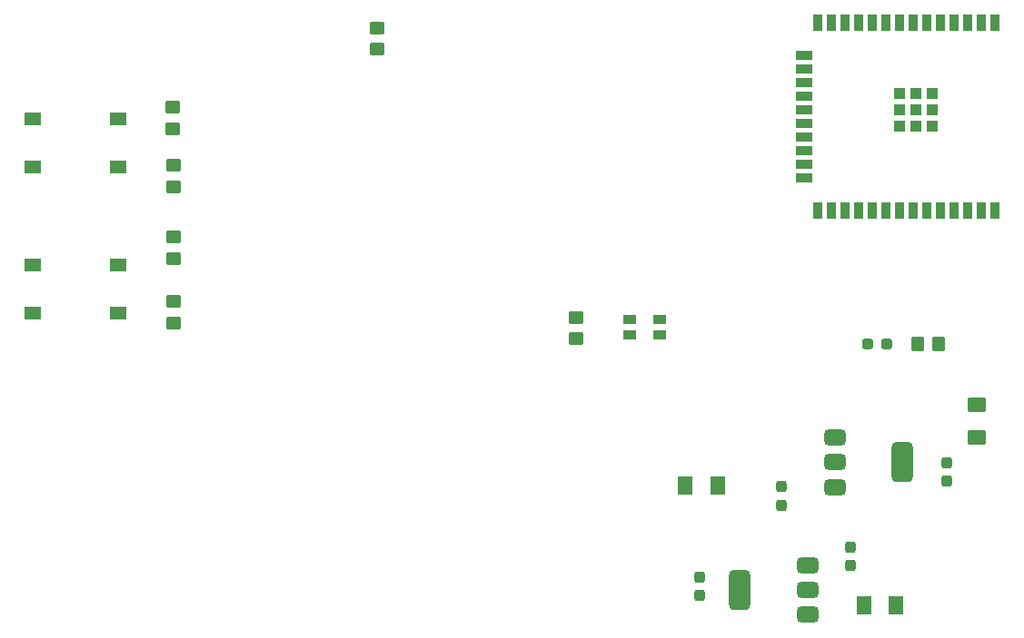
<source format=gbr>
%TF.GenerationSoftware,KiCad,Pcbnew,8.0.0*%
%TF.CreationDate,2025-02-17T23:08:18+05:30*%
%TF.ProjectId,MCU_motorcycle,4d43555f-6d6f-4746-9f72-6379636c652e,rev?*%
%TF.SameCoordinates,Original*%
%TF.FileFunction,Paste,Top*%
%TF.FilePolarity,Positive*%
%FSLAX46Y46*%
G04 Gerber Fmt 4.6, Leading zero omitted, Abs format (unit mm)*
G04 Created by KiCad (PCBNEW 8.0.0) date 2025-02-17 23:08:18*
%MOMM*%
%LPD*%
G01*
G04 APERTURE LIST*
G04 Aperture macros list*
%AMRoundRect*
0 Rectangle with rounded corners*
0 $1 Rounding radius*
0 $2 $3 $4 $5 $6 $7 $8 $9 X,Y pos of 4 corners*
0 Add a 4 corners polygon primitive as box body*
4,1,4,$2,$3,$4,$5,$6,$7,$8,$9,$2,$3,0*
0 Add four circle primitives for the rounded corners*
1,1,$1+$1,$2,$3*
1,1,$1+$1,$4,$5*
1,1,$1+$1,$6,$7*
1,1,$1+$1,$8,$9*
0 Add four rect primitives between the rounded corners*
20,1,$1+$1,$2,$3,$4,$5,0*
20,1,$1+$1,$4,$5,$6,$7,0*
20,1,$1+$1,$6,$7,$8,$9,0*
20,1,$1+$1,$8,$9,$2,$3,0*%
G04 Aperture macros list end*
%ADD10R,1.550000X1.300000*%
%ADD11R,1.200000X0.900000*%
%ADD12R,0.900000X1.500000*%
%ADD13R,1.500000X0.900000*%
%ADD14R,1.050000X1.050000*%
%ADD15RoundRect,0.375000X-0.625000X-0.375000X0.625000X-0.375000X0.625000X0.375000X-0.625000X0.375000X0*%
%ADD16RoundRect,0.500000X-0.500000X-1.400000X0.500000X-1.400000X0.500000X1.400000X-0.500000X1.400000X0*%
%ADD17RoundRect,0.250000X0.450000X-0.350000X0.450000X0.350000X-0.450000X0.350000X-0.450000X-0.350000X0*%
%ADD18RoundRect,0.237500X-0.237500X0.300000X-0.237500X-0.300000X0.237500X-0.300000X0.237500X0.300000X0*%
%ADD19RoundRect,0.250000X-0.450000X0.350000X-0.450000X-0.350000X0.450000X-0.350000X0.450000X0.350000X0*%
%ADD20RoundRect,0.250000X0.350000X0.450000X-0.350000X0.450000X-0.350000X-0.450000X0.350000X-0.450000X0*%
%ADD21RoundRect,0.250001X0.462499X0.624999X-0.462499X0.624999X-0.462499X-0.624999X0.462499X-0.624999X0*%
%ADD22RoundRect,0.375000X0.625000X0.375000X-0.625000X0.375000X-0.625000X-0.375000X0.625000X-0.375000X0*%
%ADD23RoundRect,0.500000X0.500000X1.400000X-0.500000X1.400000X-0.500000X-1.400000X0.500000X-1.400000X0*%
%ADD24RoundRect,0.250001X-0.624999X0.462499X-0.624999X-0.462499X0.624999X-0.462499X0.624999X0.462499X0*%
%ADD25RoundRect,0.250001X-0.462499X-0.624999X0.462499X-0.624999X0.462499X0.624999X-0.462499X0.624999X0*%
%ADD26RoundRect,0.237500X0.237500X-0.300000X0.237500X0.300000X-0.237500X0.300000X-0.237500X-0.300000X0*%
%ADD27RoundRect,0.237500X-0.287500X-0.237500X0.287500X-0.237500X0.287500X0.237500X-0.287500X0.237500X0*%
G04 APERTURE END LIST*
D10*
%TO.C,SW1*%
X111750000Y-92800000D03*
X119700000Y-92800000D03*
X111750000Y-97300000D03*
X119700000Y-97300000D03*
%TD*%
D11*
%TO.C,D5*%
X167362500Y-111475000D03*
X170162500Y-111475000D03*
X170162500Y-112925000D03*
X167362500Y-112925000D03*
%TD*%
D12*
%TO.C,U1*%
X201420000Y-83850000D03*
X200150000Y-83850000D03*
X198880000Y-83850000D03*
X197610000Y-83850000D03*
X196340000Y-83850000D03*
X195070000Y-83850000D03*
X193800000Y-83850000D03*
X192530000Y-83850000D03*
X191260000Y-83850000D03*
X189990000Y-83850000D03*
X188720000Y-83850000D03*
X187450000Y-83850000D03*
X186180000Y-83850000D03*
X184910000Y-83850000D03*
D13*
X183660000Y-86890000D03*
X183660000Y-88160000D03*
X183660000Y-89430000D03*
X183660000Y-90700000D03*
X183660000Y-91970000D03*
X183660000Y-93240000D03*
X183660000Y-94510000D03*
X183660000Y-95780000D03*
X183660000Y-97050000D03*
X183660000Y-98320000D03*
D12*
X184910000Y-101350000D03*
X186180000Y-101350000D03*
X187450000Y-101350000D03*
X188720000Y-101350000D03*
X189990000Y-101350000D03*
X191260000Y-101350000D03*
X192530000Y-101350000D03*
X193800000Y-101350000D03*
X195070000Y-101350000D03*
X196340000Y-101350000D03*
X197610000Y-101350000D03*
X198880000Y-101350000D03*
X200150000Y-101350000D03*
X201420000Y-101350000D03*
D14*
X195605000Y-90395000D03*
X194080000Y-90395000D03*
X192555000Y-90395000D03*
X195605000Y-91920000D03*
X194080000Y-91920000D03*
X192555000Y-91920000D03*
X195605000Y-93445000D03*
X194080000Y-93445000D03*
X192555000Y-93445000D03*
%TD*%
D15*
%TO.C,U13*%
X186500000Y-122525000D03*
X186500000Y-124825000D03*
D16*
X192800000Y-124825000D03*
D15*
X186500000Y-127125000D03*
%TD*%
D17*
%TO.C,R1*%
X162400000Y-113300000D03*
X162400000Y-111300000D03*
%TD*%
D18*
%TO.C,C7*%
X173925000Y-135525000D03*
X173925000Y-137250000D03*
%TD*%
D19*
%TO.C,R6*%
X124900000Y-109800000D03*
X124900000Y-111800000D03*
%TD*%
D10*
%TO.C,SW2*%
X111750000Y-106400000D03*
X119700000Y-106400000D03*
X111750000Y-110900000D03*
X119700000Y-110900000D03*
%TD*%
D19*
%TO.C,R8*%
X143800000Y-84300000D03*
X143800000Y-86300000D03*
%TD*%
D20*
%TO.C,R9*%
X196200000Y-113800000D03*
X194200000Y-113800000D03*
%TD*%
D18*
%TO.C,C4*%
X181525000Y-127112500D03*
X181525000Y-128837500D03*
%TD*%
D21*
%TO.C,F1*%
X192175000Y-138175000D03*
X189200000Y-138175000D03*
%TD*%
D22*
%TO.C,U4*%
X183950000Y-139050000D03*
X183950000Y-136750000D03*
D23*
X177650000Y-136750000D03*
D22*
X183950000Y-134450000D03*
%TD*%
D19*
%TO.C,R3*%
X124800000Y-91700000D03*
X124800000Y-93700000D03*
%TD*%
D24*
%TO.C,F3*%
X199750000Y-119500000D03*
X199750000Y-122475000D03*
%TD*%
D25*
%TO.C,F2*%
X172575000Y-127000000D03*
X175550000Y-127000000D03*
%TD*%
D19*
%TO.C,R4*%
X124900000Y-97100000D03*
X124900000Y-99100000D03*
%TD*%
D26*
%TO.C,C6*%
X187987500Y-134437500D03*
X187987500Y-132712500D03*
%TD*%
D19*
%TO.C,R5*%
X124900000Y-103800000D03*
X124900000Y-105800000D03*
%TD*%
D18*
%TO.C,C5*%
X196950000Y-124850000D03*
X196950000Y-126575000D03*
%TD*%
D27*
%TO.C,D4*%
X189550000Y-113800000D03*
X191300000Y-113800000D03*
%TD*%
M02*

</source>
